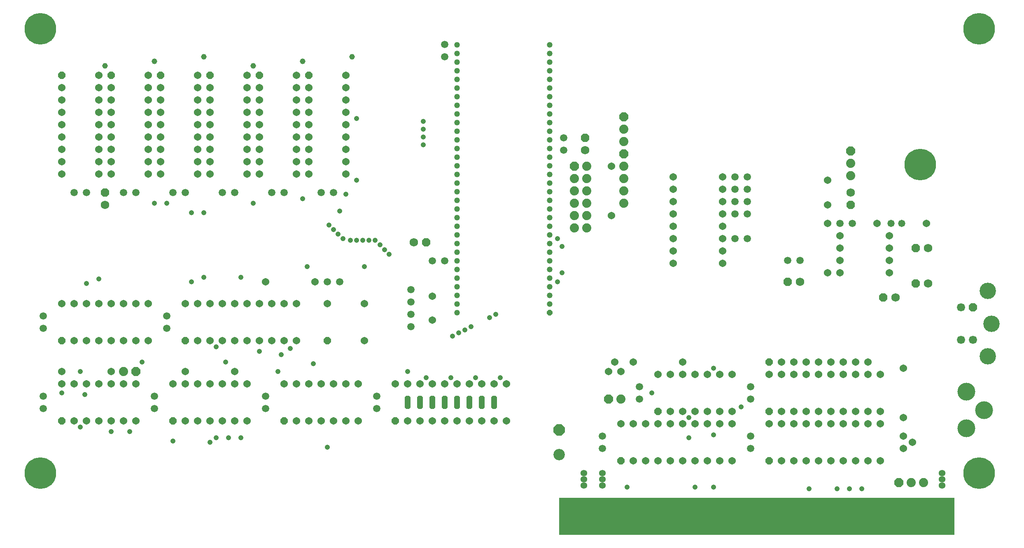
<source format=gbs>
G75*
G70*
%OFA0B0*%
%FSLAX24Y24*%
%IPPOS*%
%LPD*%
%AMOC8*
5,1,8,0,0,1.08239X$1,22.5*
%
%ADD10C,0.0320*%
%ADD11R,3.2000X0.3000*%
%ADD12OC8,0.0468*%
%ADD13C,0.0468*%
%ADD14C,0.0595*%
%ADD15C,0.0690*%
%ADD16OC8,0.0690*%
%ADD17C,0.0604*%
%ADD18OC8,0.0604*%
%ADD19OC8,0.0740*%
%ADD20C,0.0740*%
%ADD21C,0.1326*%
%ADD22C,0.0662*%
%ADD23OC8,0.0662*%
%ADD24C,0.1444*%
%ADD25OC8,0.0920*%
%ADD26C,0.0920*%
%ADD27C,0.2560*%
%ADD28C,0.0535*%
%ADD29C,0.0580*%
%ADD30C,0.0417*%
%ADD31C,0.0456*%
D10*
X031868Y010475D02*
X031993Y010475D01*
X031993Y011225D01*
X031868Y011225D01*
X031868Y010475D01*
X031993Y010475D01*
X031993Y011225D01*
X031868Y011225D01*
X031868Y010475D01*
X031868Y010744D02*
X031993Y010744D01*
X031868Y010744D01*
X031868Y011063D02*
X031993Y011063D01*
X031868Y011063D01*
X032868Y011063D02*
X032993Y011063D01*
X032993Y011225D02*
X032993Y010475D01*
X032868Y010475D01*
X032868Y011225D01*
X032993Y011225D01*
X032993Y010744D02*
X032868Y010744D01*
X033868Y010744D02*
X033993Y010744D01*
X033993Y010475D02*
X033868Y010475D01*
X033868Y011225D01*
X033993Y011225D01*
X033993Y010475D01*
X033993Y011063D02*
X033868Y011063D01*
X034868Y011063D02*
X034993Y011063D01*
X034993Y011225D02*
X034993Y010475D01*
X034868Y010475D01*
X034868Y011225D01*
X034993Y011225D01*
X034993Y010744D02*
X034868Y010744D01*
X035868Y010744D02*
X035993Y010744D01*
X035993Y010475D02*
X035868Y010475D01*
X035868Y011225D01*
X035993Y011225D01*
X035993Y010475D01*
X035993Y011063D02*
X035868Y011063D01*
X036868Y011063D02*
X036993Y011063D01*
X036993Y011225D02*
X036993Y010475D01*
X036868Y010475D01*
X036868Y011225D01*
X036993Y011225D01*
X036993Y010744D02*
X036868Y010744D01*
X037868Y010744D02*
X037993Y010744D01*
X037993Y010475D02*
X037868Y010475D01*
X037868Y011225D01*
X037993Y011225D01*
X037993Y010475D01*
X037993Y011063D02*
X037868Y011063D01*
X038868Y011063D02*
X038993Y011063D01*
X038993Y011225D02*
X038993Y010475D01*
X038868Y010475D01*
X038868Y011225D01*
X038993Y011225D01*
X038993Y010744D02*
X038868Y010744D01*
D11*
X060180Y001600D03*
D12*
X043430Y018125D03*
D13*
X043430Y018825D03*
X043430Y019525D03*
X043430Y020225D03*
X043430Y020925D03*
X043430Y021625D03*
X043430Y022325D03*
X043430Y023025D03*
X043430Y023725D03*
X043430Y024425D03*
X043430Y025125D03*
X043430Y025825D03*
X043430Y026525D03*
X043430Y027225D03*
X043430Y027925D03*
X043430Y028625D03*
X043430Y029325D03*
X043430Y030025D03*
X043430Y030725D03*
X043430Y031425D03*
X043430Y032125D03*
X043430Y032825D03*
X043430Y033525D03*
X043430Y034225D03*
X043430Y034925D03*
X043430Y035625D03*
X043430Y036325D03*
X043430Y037025D03*
X043430Y037725D03*
X043430Y038425D03*
X043430Y039125D03*
X043430Y039825D03*
X035930Y039825D03*
X035930Y039125D03*
X035930Y038425D03*
X035930Y037725D03*
X035930Y037025D03*
X035930Y036325D03*
X035930Y035625D03*
X035930Y034925D03*
X035930Y034225D03*
X035930Y033525D03*
X035930Y032825D03*
X035930Y032125D03*
X035930Y031425D03*
X035930Y030725D03*
X035930Y030025D03*
X035930Y029325D03*
X035930Y028625D03*
X035930Y027925D03*
X035930Y027225D03*
X035930Y026525D03*
X035930Y025825D03*
X035930Y025125D03*
X035930Y024425D03*
X035930Y023725D03*
X035930Y023025D03*
X035930Y022325D03*
X035930Y021625D03*
X035930Y020925D03*
X035930Y020225D03*
X035930Y019525D03*
X035930Y018825D03*
X035930Y018125D03*
D14*
X032180Y017975D03*
X032180Y016975D03*
X032180Y018975D03*
X032180Y019975D03*
X033930Y022325D03*
X034930Y022325D03*
X026430Y020600D03*
X025430Y020600D03*
X012430Y017850D03*
X012430Y016850D03*
X011430Y011350D03*
X011430Y010350D03*
X002430Y010350D03*
X002430Y011350D03*
X002430Y016850D03*
X002430Y017850D03*
X020430Y011350D03*
X020430Y010350D03*
X029430Y010350D03*
X029430Y011350D03*
X047680Y008100D03*
X047680Y007100D03*
X050680Y011100D03*
X050680Y012100D03*
X059680Y012100D03*
X059680Y011100D03*
X059680Y008100D03*
X059680Y007100D03*
X062680Y022350D03*
X063680Y022350D03*
X059430Y024100D03*
X058430Y024100D03*
X058430Y026100D03*
X059430Y026100D03*
X059430Y027100D03*
X058430Y027100D03*
X058430Y028100D03*
X059430Y028100D03*
X059430Y029100D03*
X058430Y029100D03*
X066930Y025350D03*
X067930Y025350D03*
X044555Y031275D03*
X044555Y032275D03*
X034930Y038850D03*
X034930Y039850D03*
X025930Y027850D03*
X024930Y027850D03*
X021930Y027850D03*
X020930Y027850D03*
X017930Y027850D03*
X016930Y027850D03*
X013930Y027850D03*
X012930Y027850D03*
X009930Y027850D03*
X008930Y027850D03*
X005930Y027850D03*
X004930Y027850D03*
D15*
X007430Y026850D03*
X032430Y023825D03*
X046305Y031275D03*
X063680Y020600D03*
X071430Y019350D03*
X074055Y020475D03*
X074055Y023350D03*
X067805Y027850D03*
D16*
X067805Y026850D03*
X073055Y023350D03*
X073055Y020475D03*
X070430Y019350D03*
X062680Y020600D03*
X046305Y032275D03*
X033430Y023825D03*
X007430Y027850D03*
D17*
X006930Y029350D03*
X007930Y029350D03*
X007930Y030350D03*
X006930Y030350D03*
X006930Y031350D03*
X007930Y031350D03*
X007930Y032350D03*
X006930Y032350D03*
X006930Y033350D03*
X007930Y033350D03*
X007930Y034350D03*
X006930Y034350D03*
X006930Y035350D03*
X007930Y035350D03*
X007930Y036350D03*
X006930Y036350D03*
X006930Y037350D03*
X003930Y036350D03*
X003930Y035350D03*
X003930Y034350D03*
X003930Y033350D03*
X003930Y032350D03*
X003930Y031350D03*
X003930Y030350D03*
X003930Y029350D03*
X010930Y029350D03*
X011930Y029350D03*
X011930Y030350D03*
X010930Y030350D03*
X010930Y031350D03*
X011930Y031350D03*
X011930Y032350D03*
X010930Y032350D03*
X010930Y033350D03*
X011930Y033350D03*
X011930Y034350D03*
X010930Y034350D03*
X010930Y035350D03*
X011930Y035350D03*
X011930Y036350D03*
X010930Y036350D03*
X010930Y037350D03*
X014930Y037350D03*
X014930Y036350D03*
X015930Y036350D03*
X015930Y035350D03*
X014930Y035350D03*
X014930Y034350D03*
X015930Y034350D03*
X015930Y033350D03*
X014930Y033350D03*
X014930Y032350D03*
X015930Y032350D03*
X015930Y031350D03*
X014930Y031350D03*
X014930Y030350D03*
X015930Y030350D03*
X015930Y029350D03*
X014930Y029350D03*
X018930Y029350D03*
X019930Y029350D03*
X019930Y030350D03*
X018930Y030350D03*
X018930Y031350D03*
X019930Y031350D03*
X019930Y032350D03*
X018930Y032350D03*
X018930Y033350D03*
X019930Y033350D03*
X019930Y034350D03*
X018930Y034350D03*
X018930Y035350D03*
X019930Y035350D03*
X019930Y036350D03*
X018930Y036350D03*
X018930Y037350D03*
X022930Y037350D03*
X022930Y036350D03*
X023930Y036350D03*
X023930Y035350D03*
X022930Y035350D03*
X022930Y034350D03*
X023930Y034350D03*
X023930Y033350D03*
X022930Y033350D03*
X022930Y032350D03*
X023930Y032350D03*
X023930Y031350D03*
X022930Y031350D03*
X022930Y030350D03*
X023930Y030350D03*
X023930Y029350D03*
X022930Y029350D03*
X026930Y029350D03*
X026930Y030350D03*
X026930Y031350D03*
X026930Y032350D03*
X026930Y033350D03*
X026930Y034350D03*
X026930Y035350D03*
X026930Y036350D03*
X026930Y037350D03*
X048430Y029975D03*
X053430Y029100D03*
X053430Y028100D03*
X053430Y027100D03*
X053430Y026100D03*
X053430Y025100D03*
X053430Y024100D03*
X053430Y023100D03*
X053430Y022100D03*
X057430Y022100D03*
X057430Y023100D03*
X057430Y024100D03*
X057430Y025100D03*
X057430Y026100D03*
X057430Y027100D03*
X057430Y028100D03*
X057430Y029100D03*
X065930Y028850D03*
X065930Y026850D03*
X065930Y025350D03*
X066930Y024350D03*
X066930Y023350D03*
X066930Y022350D03*
X066930Y021350D03*
X065930Y021350D03*
X070930Y021350D03*
X070930Y022350D03*
X070930Y023350D03*
X070930Y024350D03*
X069930Y025350D03*
X073930Y025350D03*
X069180Y014100D03*
X068180Y014100D03*
X068180Y013100D03*
X069180Y013100D03*
X070180Y013100D03*
X072055Y013600D03*
X067180Y013100D03*
X066180Y013100D03*
X065180Y013100D03*
X064180Y013100D03*
X063180Y013100D03*
X063180Y014100D03*
X064180Y014100D03*
X065180Y014100D03*
X066180Y014100D03*
X067180Y014100D03*
X062180Y014100D03*
X062180Y013100D03*
X061180Y013100D03*
X058180Y013100D03*
X057180Y013100D03*
X056180Y013100D03*
X055180Y013100D03*
X054180Y013100D03*
X053180Y013100D03*
X052180Y013100D03*
X054180Y014100D03*
X050180Y014100D03*
X049180Y013350D03*
X048180Y013350D03*
X048680Y014100D03*
X053180Y010100D03*
X054180Y010100D03*
X055180Y010100D03*
X056180Y010100D03*
X056180Y009100D03*
X055180Y009100D03*
X054180Y009100D03*
X053180Y009100D03*
X052180Y009100D03*
X051180Y009100D03*
X050180Y009100D03*
X049180Y009100D03*
X050180Y006100D03*
X051180Y006100D03*
X052180Y006100D03*
X053180Y006100D03*
X054180Y006100D03*
X055180Y006100D03*
X056180Y006100D03*
X057180Y006100D03*
X058180Y006100D03*
X062180Y006100D03*
X063180Y006100D03*
X064180Y006100D03*
X065180Y006100D03*
X066180Y006100D03*
X067180Y006100D03*
X068180Y006100D03*
X069180Y006100D03*
X070180Y006100D03*
X072055Y007100D03*
X072805Y007600D03*
X072055Y008100D03*
X070180Y009100D03*
X069180Y009100D03*
X068180Y009100D03*
X068180Y010100D03*
X069180Y010100D03*
X070180Y010100D03*
X072055Y009600D03*
X067180Y009100D03*
X066180Y009100D03*
X065180Y009100D03*
X064180Y009100D03*
X063180Y009100D03*
X063180Y010100D03*
X064180Y010100D03*
X065180Y010100D03*
X066180Y010100D03*
X067180Y010100D03*
X062180Y010100D03*
X062180Y009100D03*
X061180Y009100D03*
X058180Y009100D03*
X057180Y009100D03*
X057180Y010100D03*
X058180Y010100D03*
X039930Y009350D03*
X038930Y009350D03*
X037930Y009350D03*
X036930Y009350D03*
X035930Y009350D03*
X034930Y009350D03*
X033930Y009350D03*
X032930Y009350D03*
X031930Y009350D03*
X027930Y009350D03*
X026930Y009350D03*
X025930Y009350D03*
X024930Y009350D03*
X023930Y009350D03*
X022930Y009350D03*
X018930Y009350D03*
X017930Y009350D03*
X016930Y009350D03*
X015930Y009350D03*
X014930Y009350D03*
X013930Y009350D03*
X009930Y009350D03*
X008930Y009350D03*
X007930Y009350D03*
X006930Y009350D03*
X005930Y009350D03*
X004930Y009350D03*
X004930Y012350D03*
X003930Y012350D03*
X003930Y013350D03*
X005930Y012350D03*
X006930Y012350D03*
X007930Y012350D03*
X008930Y012350D03*
X009930Y012350D03*
X007930Y013350D03*
X007930Y015850D03*
X006930Y015850D03*
X005930Y015850D03*
X004930Y015850D03*
X008930Y015850D03*
X009930Y015850D03*
X010930Y015850D03*
X014930Y015850D03*
X015930Y015850D03*
X016930Y015850D03*
X017930Y015850D03*
X018930Y015850D03*
X019930Y015850D03*
X020930Y015850D03*
X021930Y015850D03*
X022930Y015850D03*
X028430Y015850D03*
X028430Y018850D03*
X025430Y018850D03*
X022930Y018850D03*
X021930Y018850D03*
X020930Y018850D03*
X019930Y018850D03*
X018930Y018850D03*
X017930Y018850D03*
X016930Y018850D03*
X015930Y018850D03*
X014930Y018850D03*
X013930Y018850D03*
X010930Y018850D03*
X009930Y018850D03*
X008930Y018850D03*
X007930Y018850D03*
X006930Y018850D03*
X005930Y018850D03*
X004930Y018850D03*
X003930Y018850D03*
X013930Y013350D03*
X013930Y012350D03*
X012930Y012350D03*
X014930Y012350D03*
X015930Y012350D03*
X016930Y012350D03*
X017930Y012350D03*
X018930Y012350D03*
X017930Y013350D03*
X021930Y012350D03*
X022930Y012350D03*
X023930Y012350D03*
X024930Y012350D03*
X025930Y012350D03*
X026930Y012350D03*
X027930Y012350D03*
X030930Y012350D03*
X031930Y012350D03*
X032930Y012350D03*
X033930Y012350D03*
X034930Y012350D03*
X035930Y012350D03*
X036930Y012350D03*
X037930Y012350D03*
X038930Y012350D03*
X039930Y012350D03*
X033930Y017514D03*
X033930Y019436D03*
X024430Y020600D03*
X020430Y020600D03*
X048430Y025975D03*
D18*
X025430Y015850D03*
X013930Y015850D03*
X003930Y015850D03*
X003930Y009350D03*
X012930Y009350D03*
X021930Y009350D03*
X030930Y009350D03*
X049180Y006100D03*
X052180Y010100D03*
X061180Y010100D03*
X061180Y006100D03*
X061180Y014100D03*
X023930Y037350D03*
X019930Y037350D03*
X015930Y037350D03*
X011930Y037350D03*
X007930Y037350D03*
X003930Y037350D03*
D19*
X045430Y029975D03*
X049430Y030975D03*
X049430Y033975D03*
X067805Y031225D03*
X048180Y011100D03*
X071680Y004350D03*
X009930Y013350D03*
D20*
X008930Y013350D03*
X045430Y024975D03*
X046430Y024975D03*
X046430Y025975D03*
X045430Y025975D03*
X045430Y026975D03*
X046430Y026975D03*
X046430Y027975D03*
X045430Y027975D03*
X045430Y028975D03*
X046430Y028975D03*
X046430Y029975D03*
X049430Y029975D03*
X049430Y028975D03*
X049430Y027975D03*
X049430Y026975D03*
X049430Y031975D03*
X049430Y032975D03*
X067805Y030225D03*
X067805Y029225D03*
X049180Y011100D03*
X072680Y004350D03*
X073680Y004350D03*
D21*
X078886Y014564D03*
X079205Y017225D03*
X078886Y019886D03*
D22*
X076724Y018544D03*
X076724Y015906D03*
X077705Y015906D03*
D23*
X077705Y018544D03*
D24*
X077149Y011701D03*
X078605Y010225D03*
X077149Y008749D03*
D25*
X044180Y008600D03*
D26*
X044180Y006600D03*
D27*
X002180Y005100D03*
X002180Y041100D03*
X073430Y030100D03*
X078180Y041100D03*
X078180Y005100D03*
D28*
X075180Y005100D03*
X075180Y004600D03*
X075180Y004100D03*
X047680Y004100D03*
X047680Y004600D03*
X047680Y005100D03*
X046180Y005100D03*
X046180Y004600D03*
X046180Y004100D03*
D29*
X071055Y025350D03*
X071930Y025350D03*
D30*
X056680Y013600D03*
X051680Y011600D03*
X054680Y009600D03*
X056680Y008225D03*
X054680Y007975D03*
X058930Y010475D03*
X056680Y003975D03*
X055180Y003975D03*
X049680Y003975D03*
X064430Y003850D03*
X066680Y003850D03*
X067680Y003850D03*
X068680Y003850D03*
X039430Y012850D03*
X037430Y012850D03*
X035430Y012850D03*
X033430Y012850D03*
X031930Y013350D03*
X035555Y016225D03*
X036055Y016475D03*
X036555Y016725D03*
X037055Y016975D03*
X038555Y017725D03*
X039055Y017975D03*
X044055Y020600D03*
X044430Y021350D03*
X044430Y023475D03*
X044055Y024100D03*
X030430Y022850D03*
X030055Y023225D03*
X029680Y023600D03*
X029305Y023975D03*
X028805Y023975D03*
X028305Y023975D03*
X027805Y023975D03*
X027305Y023975D03*
X026680Y024100D03*
X026305Y024475D03*
X025930Y024850D03*
X025555Y025225D03*
X026430Y026350D03*
X026930Y027725D03*
X027805Y028850D03*
X023430Y027350D03*
X019430Y026975D03*
X015430Y026225D03*
X014430Y026225D03*
X012430Y026975D03*
X011430Y026975D03*
X015430Y020975D03*
X014430Y020600D03*
X018430Y020975D03*
X023805Y021850D03*
X028430Y021850D03*
X022430Y015225D03*
X021680Y014725D03*
X019930Y014975D03*
X017180Y014100D03*
X016430Y015350D03*
X021430Y013350D03*
X024305Y013975D03*
X018430Y007975D03*
X017430Y007975D03*
X016430Y007975D03*
X015930Y007600D03*
X012930Y007725D03*
X009430Y008475D03*
X007930Y008475D03*
X005430Y008850D03*
X005805Y011475D03*
X003930Y011600D03*
X005430Y013350D03*
X010430Y014100D03*
X005930Y020475D03*
X006930Y020850D03*
X027805Y033850D03*
X033180Y033600D03*
X033180Y032975D03*
X033180Y032350D03*
X033180Y031725D03*
X025430Y007225D03*
D31*
X023430Y038475D03*
X019430Y038100D03*
X015430Y038850D03*
X011430Y038475D03*
X007430Y038100D03*
X027430Y038850D03*
M02*

</source>
